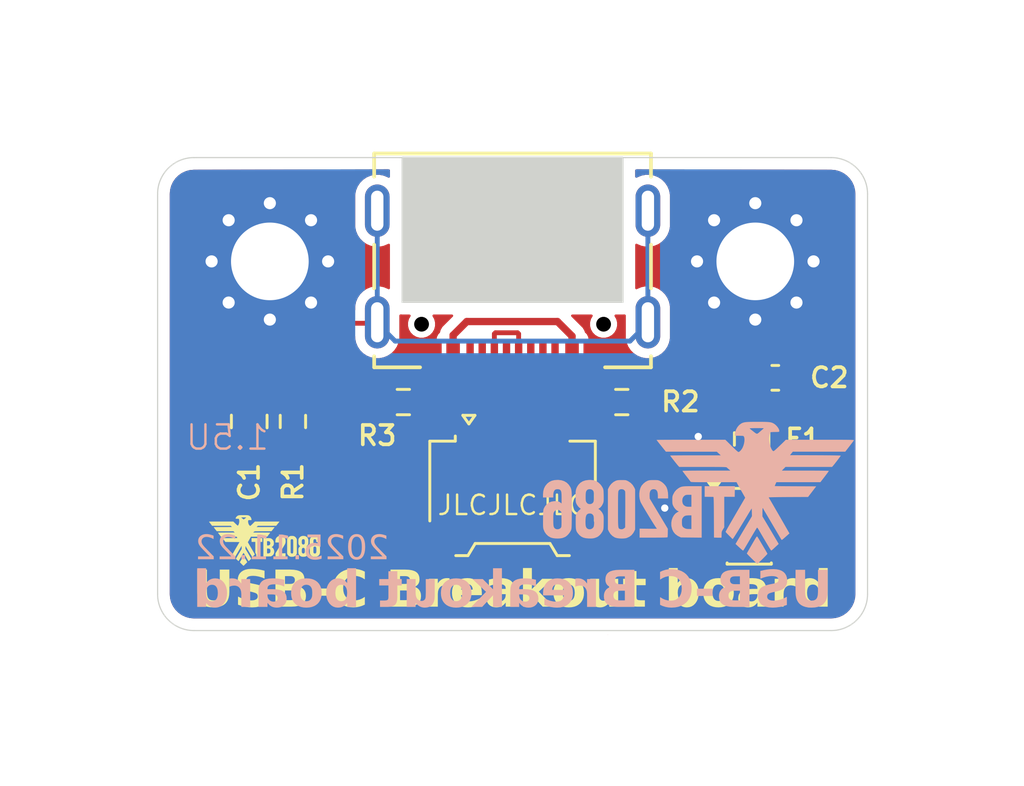
<source format=kicad_pcb>
(kicad_pcb (version 20241229) (generator "pcbnew") (generator_version "9.0")
  (layers (0 "F.Cu" signal) (2 "B.Cu" signal) (13 "F.Paste" user) (15 "B.Paste" user) (5 "F.SilkS" user "F.Silkscreen") (7 "B.SilkS" user "B.Silkscreen") (1 "F.Mask" user) (3 "B.Mask" user) (25 "Edge.Cuts" user))
  (net 0 "")
  (net 1 "GND")
  (net 2 "VBUS")
  (net 3 "Net-(USB1-Shield)")
  (net 6 "DATA-")
  (net 7 "DATA+")
  (net 8 "CC1")
  (net 9 "CC2")
  (net 10 "+5V")
  (footprint "Package_TO_SOT_SMD:SOT-23-6" (layer "F.Cu") (at 126.3 73.7)
    (property "Reference" "U1" (hide yes))
    (property "Value" "SRV05-4")
    (pad "1" smd roundrect (at -1.1375 -0.95) (size 1.325 0.6) (layers "F.Cu" "F.Mask" "F.Paste"))
    (pad "2" smd roundrect (at -1.1375 0) (size 1.325 0.6) (layers "F.Cu" "F.Mask" "F.Paste") (net 1 "GND"))
    (pad "3" smd roundrect (at -1.1375 0.95) (size 1.325 0.6) (layers "F.Cu" "F.Mask" "F.Paste") (net 7 "DATA+"))
    (pad "4" smd roundrect (at 1.1375 0.95) (size 1.325 0.6) (layers "F.Cu" "F.Mask" "F.Paste") (net 6 "DATA-"))
    (pad "5" smd roundrect (at 1.1375 0) (size 1.325 0.6) (layers "F.Cu" "F.Mask" "F.Paste") (net 2 "VBUS"))
    (pad "6" smd roundrect (at 1.1375 -0.95) (size 1.325 0.6) (layers "F.Cu" "F.Mask" "F.Paste"))
  )
  (footprint "PCM_kikit:Tab" (layer "F.Cu") (at 106.383777 58.35181 -90)
    (property "Reference" "REF**" (hide yes))
    (property "Value" "Tab")
  )
  (footprint "Resistor_SMD:R_0603_1608Metric_Pad0.98x0.95mm_HandSolder" (layer "F.Cu") (at 107.5 69.38 90)
    (property "Reference" "R1" (at -2.5 0 90) (layer "F.SilkS") (effects (font (size 0.8 0.8))))
    (property "Value" "1M")
    (pad "1" smd roundrect (at -0.9125 0 90) (size 0.975 0.95) (layers "F.Cu" "F.Mask" "F.Paste") (net 1 "GND"))
    (pad "2" smd roundrect (at 0.9125 0 90) (size 0.975 0.95) (layers "F.Cu" "F.Mask" "F.Paste") (net 3 "Net-(USB1-Shield)"))
  )
  (footprint "Capacitor_SMD:C_0805_2012Metric" (layer "F.Cu") (at 105.7 69.38 90)
    (property "Reference" "C1" (at -2.5 0 90) (layer "F.SilkS") (effects (font (size 0.8 0.8))))
    (property "Value" "4.7n")
    (pad "1" smd roundrect (at -0.95 0 90) (size 1 1.45) (layers "F.Cu" "F.Mask" "F.Paste") (net 1 "GND"))
    (pad "2" smd roundrect (at 0.95 0 90) (size 1 1.45) (layers "F.Cu" "F.Mask" "F.Paste") (net 3 "Net-(USB1-Shield)"))
  )
  (footprint "Resistor_SMD:R_0603_1608Metric_Pad0.98x0.95mm_HandSolder" (layer "F.Cu") (at 121.05 68.58)
    (property "Reference" "R2" (at 2.415962 -0.011188 0) (layer "F.SilkS") (effects (font (size 0.8 0.8))))
    (property "Value" "5K1")
    (pad "1" smd roundrect (at -0.9125 0) (size 0.975 0.95) (layers "F.Cu" "F.Mask" "F.Paste") (net 8 "CC1"))
    (pad "2" smd roundrect (at 0.9125 0) (size 0.975 0.95) (layers "F.Cu" "F.Mask" "F.Paste") (net 1 "GND"))
  )
  (footprint "PCM_kikit:Tab" (layer "F.Cu") (at 126.72 78.09 90)
    (property "Reference" "REF**" (hide yes))
    (property "Value" "Tab")
  )
  (footprint "MountingHole:MountingHole_3.2mm_M3_Pad_Via" (layer "F.Cu") (at 106.55 62.7799)
    (property "Reference" "H1" (hide yes))
    (property "Value" "MountingHole_Pad")
    (pad "1" thru_hole circle (at -2.4 0) (size 0.8 0.8) (drill 0.5) (layers "*.Cu" "*.Mask") (net 1 "GND"))
    (pad "1" thru_hole circle (at -1.697056 -1.697056) (size 0.8 0.8) (drill 0.5) (layers "*.Cu" "*.Mask") (net 1 "GND"))
    (pad "1" thru_hole circle (at -1.697056 1.697056) (size 0.8 0.8) (drill 0.5) (layers "*.Cu" "*.Mask") (net 1 "GND"))
    (pad "1" thru_hole circle (at 0 -2.4) (size 0.8 0.8) (drill 0.5) (layers "*.Cu" "*.Mask") (net 1 "GND"))
    (pad "1" thru_hole circle (at 0 0) (size 6.4 6.4) (drill 3.2) (layers "*.Cu" "*.Mask") (net 1 "GND"))
    (pad "1" thru_hole circle (at 0 2.4) (size 0.8 0.8) (drill 0.5) (layers "*.Cu" "*.Mask") (net 1 "GND"))
    (pad "1" thru_hole circle (at 1.697056 -1.697056) (size 0.8 0.8) (drill 0.5) (layers "*.Cu" "*.Mask") (net 1 "GND"))
    (pad "1" thru_hole circle (at 1.697056 1.697056) (size 0.8 0.8) (drill 0.5) (layers "*.Cu" "*.Mask") (net 1 "GND"))
    (pad "1" thru_hole circle (at 2.4 0) (size 0.8 0.8) (drill 0.5) (layers "*.Cu" "*.Mask") (net 1 "GND"))
  )
  (footprint "MountingHole:MountingHole_3.2mm_M3_Pad_Via" (layer "F.Cu") (at 126.55 62.7799)
    (property "Reference" "H2" (hide yes))
    (property "Value" "MountingHole_Pad")
    (pad "1" thru_hole circle (at -2.4 0) (size 0.8 0.8) (drill 0.5) (layers "*.Cu" "*.Mask") (net 1 "GND"))
    (pad "1" thru_hole circle (at -1.697056 -1.697056) (size 0.8 0.8) (drill 0.5) (layers "*.Cu" "*.Mask") (net 1 "GND"))
    (pad "1" thru_hole circle (at -1.697056 1.697056) (size 0.8 0.8) (drill 0.5) (layers "*.Cu" "*.Mask") (net 1 "GND"))
    (pad "1" thru_hole circle (at 0 -2.4) (size 0.8 0.8) (drill 0.5) (layers "*.Cu" "*.Mask") (net 1 "GND"))
    (pad "1" thru_hole circle (at 0 0) (size 6.4 6.4) (drill 3.2) (layers "*.Cu" "*.Mask") (net 1 "GND"))
    (pad "1" thru_hole circle (at 0 2.4) (size 0.8 0.8) (drill 0.5) (layers "*.Cu" "*.Mask") (net 1 "GND"))
    (pad "1" thru_hole circle (at 1.697056 -1.697056) (size 0.8 0.8) (drill 0.5) (layers "*.Cu" "*.Mask") (net 1 "GND"))
    (pad "1" thru_hole circle (at 1.697056 1.697056) (size 0.8 0.8) (drill 0.5) (layers "*.Cu" "*.Mask") (net 1 "GND"))
    (pad "1" thru_hole circle (at 2.4 0) (size 0.8 0.8) (drill 0.5) (layers "*.Cu" "*.Mask") (net 1 "GND"))
  )
  (footprint "Fuse:Fuse_0805_2012Metric" (layer "F.Cu") (at 126.4 70.1 90)
    (property "Reference" "F1" (at 0 2.12 0) (layer "F.SilkS") (effects (font (size 0.8 0.8))))
    (property "Value" "500mA")
    (pad "1" smd roundrect (at -0.9375 0 90) (size 0.975 1.4) (layers "F.Cu" "F.Mask" "F.Paste") (net 10 "+5V"))
    (pad "2" smd roundrect (at 0.9375 0 90) (size 0.975 1.4) (layers "F.Cu" "F.Mask" "F.Paste") (net 2 "VBUS"))
  )
  (footprint "PCM_kikit:Tab" (layer "F.Cu") (at 131.279964 72.384035 180)
    (property "Reference" "REF**" (hide yes))
    (property "Value" "Tab")
  )
  (footprint "PCM_kikit:Tab" (layer "F.Cu") (at 101.78 72.38)
    (property "Reference" "REF**" (hide yes))
    (property "Value" "Tab")
  )
  (footprint "ULTRA_LIBRARIAN:TYPE-C-31-M-14_HRO" (layer "F.Cu") (at 116.55 62.7399 180)
    (property "Reference" "USB1" (hide yes))
    (property "Value" "USB_C_Receptacle_USB2.0_16P")
    (fp_poly (pts (xy -4.5466 4.2799) (xy 4.5466 4.2799) (xy 4.5466 -1.7244) (xy -4.5466 -1.7244)) (fill yes) (layer "Edge.Cuts"))
    (pad "" np_thru_hole circle (at -3.75 -2.6299 180) (size 0.6096 0.6096) (drill 0.6096) (layers))
    (pad "" np_thru_hole circle (at 3.75 -2.6299 180) (size 0.6096 0.6096) (drill 0.6096) (layers))
    (pad "A1B12" smd rect (at -3.200001 -3.829901 180) (size 0.5588 1.0922) (layers "F.Cu" "F.Mask" "F.Paste") (net 1 "GND"))
    (pad "A4B9" smd rect (at -2.45 -3.829901 180) (size 0.5588 1.0922) (layers "F.Cu" "F.Mask" "F.Paste") (net 2 "VBUS"))
    (pad "A5" smd rect (at -1.25 -3.829901 180) (size 0.3048 1.0922) (layers "F.Cu" "F.Mask" "F.Paste") (net 8 "CC1"))
    (pad "A6" smd rect (at -0.25 -3.829901 180) (size 0.3048 1.0922) (layers "F.Cu" "F.Mask" "F.Paste") (net 7 "DATA+"))
    (pad "A7" smd rect (at 0.25 -3.829901 180) (size 0.3048 1.0922) (layers "F.Cu" "F.Mask" "F.Paste") (net 6 "DATA-"))
    (pad "A8" smd rect (at 1.25 -3.829901 180) (size 0.3048 1.0922) (layers "F.Cu" "F.Mask" "F.Paste"))
    (pad "B1A12" smd rect (at 3.200001 -3.829901 180) (size 0.5588 1.0922) (layers "F.Cu" "F.Mask" "F.Paste") (net 1 "GND"))
    (pad "B4A9" smd rect (at 2.45 -3.829901 180) (size 0.5588 1.0922) (layers "F.Cu" "F.Mask" "F.Paste") (net 2 "VBUS"))
    (pad "B5" smd rect (at 1.749999 -3.829901 180) (size 0.3048 1.0922) (layers "F.Cu" "F.Mask" "F.Paste") (net 9 "CC2"))
    (pad "B6" smd rect (at 0.750001 -3.829901 180) (size 0.3048 1.0922) (layers "F.Cu" "F.Mask" "F.Paste") (net 7 "DATA+"))
    (pad "B7" smd rect (at -0.750001 -3.829901 180) (size 0.3048 1.0922) (layers "F.Cu" "F.Mask" "F.Paste") (net 6 "DATA-"))
    (pad "B8" smd rect (at -1.749999 -3.829901 180) (size 0.3048 1.0922) (layers "F.Cu" "F.Mask" "F.Paste"))
    (pad "S1" thru_hole oval (at -5.575 -2.5499 270) (size 2.159 1.016) (drill oval 1.651 0.508) (layers "*.Cu" "*.Mask") (net 3 "Net-(USB1-Shield)"))
    (pad "S1" thru_hole oval (at -5.575 2.0501 270) (size 2.159 1.016) (drill oval 1.651 0.508) (layers "*.Cu" "*.Mask") (net 3 "Net-(USB1-Shield)"))
    (pad "S1" thru_hole oval (at 5.575 -2.5499 270) (size 2.159 1.016) (drill oval 1.651 0.508) (layers "*.Cu" "*.Mask") (net 3 "Net-(USB1-Shield)"))
    (pad "S1" thru_hole oval (at 5.575 2.0501 270) (size 2.159 1.016) (drill oval 1.651 0.508) (layers "*.Cu" "*.Mask") (net 3 "Net-(USB1-Shield)"))
  )
  (footprint "Resistor_SMD:R_0603_1608Metric_Pad0.98x0.95mm_HandSolder" (layer "F.Cu") (at 112.05 68.58 180)
    (property "Reference" "R3" (at 1.08 -1.38 0) (layer "F.SilkS") (effects (font (size 0.8 0.8))))
    (property "Value" "5K1")
    (pad "1" smd roundrect (at -0.9125 0 180) (size 0.975 0.95) (layers "F.Cu" "F.Mask" "F.Paste") (net 9 "CC2"))
    (pad "2" smd roundrect (at 0.9125 0 180) (size 0.975 0.95) (layers "F.Cu" "F.Mask" "F.Paste") (net 1 "GND"))
  )
  (footprint "TB2086_MISC_G:TB2086-S" (layer "F.Cu") (at 106.351062 74.271168)
    (property "Reference" "G***" (hide yes))
    (property "Value" "LOGO" (hide yes))
  )
  (footprint "Capacitor_SMD:C_0603_1608Metric" (layer "F.Cu") (at 127.375 67.58 180)
    (property "Reference" "C2" (at -2.223842 0.006328 0) (layer "F.SilkS") (effects (font (size 0.8 0.8))))
    (property "Value" "10u")
    (pad "1" smd roundrect (at -0.775 0 180) (size 0.9 0.95) (layers "F.Cu" "F.Mask" "F.Paste") (net 1 "GND"))
    (pad "2" smd roundrect (at 0.775 0 180) (size 0.9 0.95) (layers "F.Cu" "F.Mask" "F.Paste") (net 2 "VBUS"))
  )
  (footprint "TB2086_SMD_G:Molex_Pico-EZmate_78171-0004_1x04-1MP_P1.20mm_Vertical_HandSolder" (layer "F.Cu") (at 116.55 72.2799)
    (property "Reference" "J1")
    (property "Value" "Conn_01x04")
    (pad "1" smd roundrect (at -1.8 -1.875) (size 0.8 1.5) (layers "F.Cu" "F.Mask" "F.Paste") (net 1 "GND"))
    (pad "2" smd roundrect (at -0.6 -1.875) (size 0.8 1.5) (layers "F.Cu" "F.Mask" "F.Paste") (net 7 "DATA+"))
    (pad "3" smd roundrect (at 0.6 -1.875) (size 0.8 1.5) (layers "F.Cu" "F.Mask" "F.Paste") (net 6 "DATA-"))
    (pad "4" smd roundrect (at 1.8 -1.875) (size 0.8 1.5) (layers "F.Cu" "F.Mask" "F.Paste") (net 10 "+5V"))
    (pad "MP" smd roundrect (at -2.95 1.9) (size 1.3 1.25) (layers "F.Cu" "F.Mask" "F.Paste"))
    (pad "MP" smd roundrect (at 2.95 1.9) (size 1.3 1.25) (layers "F.Cu" "F.Mask" "F.Paste"))
  )
  (footprint "TB2086_MISC_G:TB2086-M" (layer "B.Cu") (at 124.15 72.28 180)
    (property "Reference" "G***" (hide yes))
    (property "Value" "LOGO" (hide yes))
  )
  (gr_arc (start 131.175 76.4999) (mid 130.73566 77.56056) (end 129.675 77.9999) (stroke (width 0.05)) (layer "Edge.Cuts"))
  (gr_line (start 112.0034 58.5) (end 112.0034 64.4643) (stroke (width 0.05)) (layer "Edge.Cuts"))
  (gr_line (start 121.0966 58.5) (end 129.675 58.5) (stroke (width 0.05)) (layer "Edge.Cuts"))
  (gr_line (start 101.925 76.5) (end 101.925 60) (stroke (width 0.05)) (layer "Edge.Cuts"))
  (gr_line (start 112.0034 58.5) (end 103.425 58.5) (stroke (width 0.05)) (layer "Edge.Cuts"))
  (gr_line (start 121.0966 64.4643) (end 121.0966 58.5) (stroke (width 0.05)) (layer "Edge.Cuts"))
  (gr_line (start 103.425 78) (end 129.675 77.9999) (stroke (width 0.05)) (layer "Edge.Cuts"))
  (gr_arc (start 103.425 78) (mid 102.36434 77.56066) (end 101.925 76.5) (stroke (width 0.05)) (layer "Edge.Cuts"))
  (gr_arc (start 101.925 60) (mid 102.36434 58.93934) (end 103.425 58.5) (stroke (width 0.05)) (layer "Edge.Cuts"))
  (gr_line (start 112.0034 64.4643) (end 121.0966 64.4643) (stroke (width 0.05)) (layer "Edge.Cuts"))
  (gr_arc (start 129.675 58.5) (mid 130.73566 58.93934) (end 131.175 60) (stroke (width 0.05)) (layer "Edge.Cuts"))
  (gr_line (start 131.175 76.4999) (end 131.175 60) (stroke (width 0.05)) (layer "Edge.Cuts"))
  (gr_text "JLCJLCJLC" (at 116.55 72.8299 0) (layer "F.SilkS") (effects (font (size 0.8 0.8) (thickness 0.1))))
  (gr_text "USB-C Breakout board" (at 116.54 77.27 0) (layer "F.SilkS") (effects (font (size 1.5 1.5) (thickness 0.3) (bold yes)) (justify bottom)))
  (gr_text "USB-C Breakout board" (at 116.55 77.2799 0) (layer "B.SilkS") (effects (font (size 1.5 1.5) (thickness 0.3) (bold yes)) (justify bottom mirror)))
  (gr_text "1.5U" (at 106.58 70.624965 0) (layer "B.SilkS") (effects (font (size 1 1) (thickness 0.1)) (justify left bottom mirror)))
  (gr_text "2025.11.22" (at 111.46 75.23 0) (layer "B.SilkS") (effects (font (size 1 1) (thickness 0.1)) (justify left bottom mirror)))
  (via (at 124.2 70) (size 0.6) (drill 0.3) (layers "F.Cu" "B.Cu") (net 1))
  (via (at 122.82 72.95) (size 0.6) (drill 0.3) (layers "F.Cu" "B.Cu") (net 1))
  (segment (start 128.451 69.691) (end 128.451 73.348999) (width 0.3) (layer "F.Cu") (net 2))
  (segment (start 118.4 65.26) (end 119 65.86) (width 0.3) (layer "F.Cu") (net 2))
  (segment (start 114.663701 65.26) (end 118.4 65.26) (width 0.3) (layer "F.Cu") (net 2))
  (segment (start 126.4 69.1625) (end 127.9225 69.1625) (width 0.3) (layer "F.Cu") (net 2))
  (segment (start 126.6 67.58) (end 126.6 68.9625) (width 0.3) (layer "F.Cu") (net 2))
  (segment (start 128.451 73.348999) (end 128.099999 73.7) (width 0.3) (layer "F.Cu") (net 2))
  (segment (start 119 66.609801) (end 119 67.2) (width 0.3) (layer "F.Cu") (net 2))
  (segment (start 119.4 67.6) (end 126.4 67.6) (width 0.3) (layer "F.Cu") (net 2))
  (segment (start 114.1 66.569801) (end 114.1 65.823701) (width 0.3) (layer "F.Cu") (net 2))
  (segment (start 127.9225 69.1625) (end 128.451 69.691) (width 0.3) (layer "F.Cu") (net 2))
  (segment (start 119 65.86) (end 119 66.569801) (width 0.3) (layer "F.Cu") (net 2))
  (segment (start 128.099999 73.7) (end 127.4375 73.7) (width 0.3) (layer "F.Cu") (net 2))
  (segment (start 119 67.2) (end 119.4 67.6) (width 0.3) (layer "F.Cu") (net 2))
  (segment (start 114.1 65.823701) (end 114.663701 65.26) (width 0.3) (layer "F.Cu") (net 2))
  (segment (start 105.7 68.25) (end 107.4625 68.25) (width 0.2) (layer "F.Cu") (net 3))
  (segment (start 109.4702 65.3298) (end 107.5 67.3) (width 0.2) (layer "F.Cu") (net 3))
  (segment (start 107.5 67.3) (end 107.5 68.2875) (width 0.2) (layer "F.Cu") (net 3))
  (segment (start 110.975 65.3298) (end 109.4702 65.3298) (width 0.2) (layer "F.Cu") (net 3))
  (segment (start 111.7108 66.0656) (end 121.3892 66.0656) (width 0.2) (layer "B.Cu") (net 3))
  (segment (start 110.975 60.7298) (end 110.975 65.3298) (width 0.2) (layer "B.Cu") (net 3))
  (segment (start 110.975 65.3298) (end 111.7108 66.0656) (width 0.2) (layer "B.Cu") (net 3))
  (segment (start 121.3892 66.0656) (end 122.125 65.3298) (width 0.2) (layer "B.Cu") (net 3))
  (segment (start 122.125 60.7298) (end 122.125 65.3298) (width 0.2) (layer "B.Cu") (net 3))
  (segment (start 126.775001 74.65) (end 127.4375 74.65) (width 0.2) (layer "F.Cu") (net 6))
  (segment (start 117.300001 67.4103) (end 117.300001 66.609801) (width 0.2) (layer "F.Cu") (net 6))
  (segment (start 117.300001 66.609801) (end 117.300001 70.254899) (width 0.2) (layer "F.Cu") (net 6))
  (segment (start 116.3466 67.456901) (end 117.2534 67.456901) (width 0.2) (layer "F.Cu") (net 6))
  (segment (start 116.3 66.609801) (end 116.3 67.410301) (width 0.2) (layer "F.Cu") (net 6))
  (segment (start 125.4675 71.5875) (end 126.32 72.44) (width 0.2) (layer "F.Cu") (net 6))
  (segment (start 126.32 72.44) (end 126.32 74.194999) (width 0.2) (layer "F.Cu") (net 6))
  (segment (start 117.15 70.4049) (end 117.15 71.25) (width 0.2) (layer "F.Cu") (net 6))
  (segment (start 117.4875 71.5875) (end 125.4675 71.5875) (width 0.2) (layer "F.Cu") (net 6))
  (segment (start 116.3 67.410301) (end 116.3466 67.456901) (width 0.2) (layer "F.Cu") (net 6))
  (segment (start 117.15 71.25) (end 117.4875 71.5875) (width 0.2) (layer "F.Cu") (net 6))
  (segment (start 126.32 74.194999) (end 126.775001 74.65) (width 0.2) (layer "F.Cu") (net 6))
  (segment (start 117.2534 67.456901) (end 117.300001 67.4103) (width 0.2) (layer "F.Cu") (net 6))
  (segment (start 116.4076 71.9875) (end 121.7175 71.9875) (width 0.2) (layer "F.Cu") (net 7))
  (segment (start 121.97 74.26) (end 122.36 74.65) (width 0.2) (layer "F.Cu") (net 7))
  (segment (start 116.7534 65.722701) (end 116.8 65.769301) (width 0.2) (layer "F.Cu") (net 7))
  (segment (start 122.36 74.65) (end 125.1625 74.65) (width 0.2) (layer "F.Cu") (net 7))
  (segment (start 121.97 72.24) (end 121.97 74.26) (width 0.2) (layer "F.Cu") (net 7))
  (segment (start 115.95 71.5299) (end 116.4076 71.9875) (width 0.2) (layer "F.Cu") (net 7))
  (segment (start 115.95 70.1799) (end 115.95 71.5299) (width 0.2) (layer "F.Cu") (net 7))
  (segment (start 115.799999 65.769302) (end 115.8466 65.722701) (width 0.2) (layer "F.Cu") (net 7))
  (segment (start 115.799999 66.569801) (end 115.799999 65.769302) (width 0.2) (layer "F.Cu") (net 7))
  (segment (start 115.8466 65.722701) (end 116.7534 65.722701) (width 0.2) (layer "F.Cu") (net 7))
  (segment (start 121.7175 71.9875) (end 121.97 72.24) (width 0.2) (layer "F.Cu") (net 7))
  (segment (start 115.799999 70.254899) (end 115.799999 66.609801) (width 0.2) (layer "F.Cu") (net 7))
  (segment (start 116.8 65.769301) (end 116.8 66.569801) (width 0.2) (layer "F.Cu") (net 7))
  (segment (start 117.8 66.609801) (end 117.8 67.390302) (width 0.2) (layer "F.Cu") (net 8))
  (segment (start 118.989698 68.58) (end 120.1375 68.58) (width 0.2) (layer "F.Cu") (net 8))
  (segment (start 117.8 67.390302) (end 118.989698 68.58) (width 0.2) (layer "F.Cu") (net 8))
  (segment (start 114.800001 67.355901) (end 113.575902 68.58) (width 0.2) (layer "F.Cu") (net 9))
  (segment (start 114.800001 66.609801) (end 114.800001 67.355901) (width 0.2) (layer "F.Cu") (net 9))
  (segment (start 113.575902 68.58) (end 112.9625 68.58) (width 0.2) (layer "F.Cu") (net 9))
  (segment (start 120.8076 71.0375) (end 126.4 71.0375) (width 0.5) (layer "F.Cu") (net 10))
  (segment (start 120.175 70.4049) (end 120.8076 71.0375) (width 0.5) (layer "F.Cu") (net 10))
  (segment (start 118.35 70.4049) (end 120.175 70.4049) (width 0.5) (layer "F.Cu") (net 10))
  (zone (net 1) (net_name "GND") (layers "F.Cu" "B.Cu") (connect_pads (clearance 0.4)) (min_thickness 0.1) (fill yes (thermal_gap 0.2) (thermal_bridge_width 0.2) (smoothing fillet) (radius 0.5))
    (polygon (pts (xy 101.91 58.5) (xy 131.2 58.5) (xy 131.2 78.03) (xy 101.91 78.03)))
  )
)
</source>
